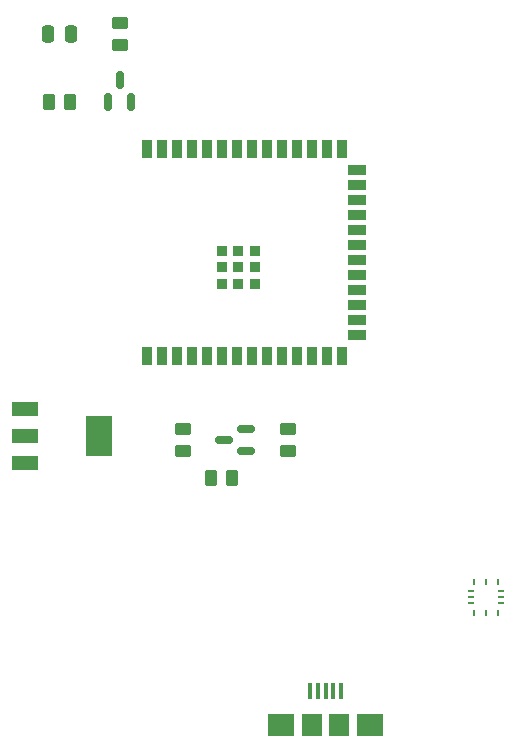
<source format=gbr>
%TF.GenerationSoftware,KiCad,Pcbnew,7.0.10*%
%TF.CreationDate,2024-03-01T12:09:53-06:00*%
%TF.ProjectId,ESP32,45535033-322e-46b6-9963-61645f706362,rev?*%
%TF.SameCoordinates,Original*%
%TF.FileFunction,Paste,Top*%
%TF.FilePolarity,Positive*%
%FSLAX46Y46*%
G04 Gerber Fmt 4.6, Leading zero omitted, Abs format (unit mm)*
G04 Created by KiCad (PCBNEW 7.0.10) date 2024-03-01 12:09:53*
%MOMM*%
%LPD*%
G01*
G04 APERTURE LIST*
G04 Aperture macros list*
%AMRoundRect*
0 Rectangle with rounded corners*
0 $1 Rounding radius*
0 $2 $3 $4 $5 $6 $7 $8 $9 X,Y pos of 4 corners*
0 Add a 4 corners polygon primitive as box body*
4,1,4,$2,$3,$4,$5,$6,$7,$8,$9,$2,$3,0*
0 Add four circle primitives for the rounded corners*
1,1,$1+$1,$2,$3*
1,1,$1+$1,$4,$5*
1,1,$1+$1,$6,$7*
1,1,$1+$1,$8,$9*
0 Add four rect primitives between the rounded corners*
20,1,$1+$1,$2,$3,$4,$5,0*
20,1,$1+$1,$4,$5,$6,$7,0*
20,1,$1+$1,$6,$7,$8,$9,0*
20,1,$1+$1,$8,$9,$2,$3,0*%
%AMOutline5P*
0 Free polygon, 5 corners , with rotation*
0 The origin of the aperture is its center*
0 number of corners: always 5*
0 $1 to $10 corner X, Y*
0 $11 Rotation angle, in degrees counterclockwise*
0 create outline with 5 corners*
4,1,5,$1,$2,$3,$4,$5,$6,$7,$8,$9,$10,$1,$2,$11*%
%AMOutline6P*
0 Free polygon, 6 corners , with rotation*
0 The origin of the aperture is its center*
0 number of corners: always 6*
0 $1 to $12 corner X, Y*
0 $13 Rotation angle, in degrees counterclockwise*
0 create outline with 6 corners*
4,1,6,$1,$2,$3,$4,$5,$6,$7,$8,$9,$10,$11,$12,$1,$2,$13*%
%AMOutline7P*
0 Free polygon, 7 corners , with rotation*
0 The origin of the aperture is its center*
0 number of corners: always 7*
0 $1 to $14 corner X, Y*
0 $15 Rotation angle, in degrees counterclockwise*
0 create outline with 7 corners*
4,1,7,$1,$2,$3,$4,$5,$6,$7,$8,$9,$10,$11,$12,$13,$14,$1,$2,$15*%
%AMOutline8P*
0 Free polygon, 8 corners , with rotation*
0 The origin of the aperture is its center*
0 number of corners: always 8*
0 $1 to $16 corner X, Y*
0 $17 Rotation angle, in degrees counterclockwise*
0 create outline with 8 corners*
4,1,8,$1,$2,$3,$4,$5,$6,$7,$8,$9,$10,$11,$12,$13,$14,$15,$16,$1,$2,$17*%
G04 Aperture macros list end*
%ADD10RoundRect,0.250000X0.450000X-0.262500X0.450000X0.262500X-0.450000X0.262500X-0.450000X-0.262500X0*%
%ADD11RoundRect,0.150000X0.150000X-0.587500X0.150000X0.587500X-0.150000X0.587500X-0.150000X-0.587500X0*%
%ADD12R,0.250000X0.500000*%
%ADD13R,0.500000X0.250000*%
%ADD14Outline5P,-0.125000X0.150000X-0.025000X0.250000X0.125000X0.250000X0.125000X-0.250000X-0.125000X-0.250000X90.000000*%
%ADD15R,0.889000X1.498600*%
%ADD16R,1.498600X0.889000*%
%ADD17R,0.889000X0.889000*%
%ADD18RoundRect,0.250000X-0.262500X-0.450000X0.262500X-0.450000X0.262500X0.450000X-0.262500X0.450000X0*%
%ADD19RoundRect,0.150000X0.587500X0.150000X-0.587500X0.150000X-0.587500X-0.150000X0.587500X-0.150000X0*%
%ADD20R,0.400000X1.400000*%
%ADD21R,2.300000X1.900000*%
%ADD22R,1.800000X1.900000*%
%ADD23RoundRect,0.250000X-0.450000X0.262500X-0.450000X-0.262500X0.450000X-0.262500X0.450000X0.262500X0*%
%ADD24RoundRect,0.250000X0.250000X0.475000X-0.250000X0.475000X-0.250000X-0.475000X0.250000X-0.475000X0*%
%ADD25R,2.200000X1.200000*%
%ADD26R,2.200000X3.500000*%
G04 APERTURE END LIST*
D10*
%TO.C,R5*%
X103909500Y-107465500D03*
X103909500Y-105640500D03*
%TD*%
D11*
%TO.C,Q2*%
X97602000Y-77899500D03*
X99502000Y-77899500D03*
X98552000Y-76024500D03*
%TD*%
D12*
%TO.C,ZMOD1*%
X130570000Y-121158000D03*
X129570000Y-121158000D03*
X128570000Y-121158000D03*
D13*
X128270000Y-120358000D03*
X128270000Y-119858000D03*
X128270000Y-119358000D03*
D12*
X128570000Y-118558000D03*
X129570000Y-118558000D03*
X130570000Y-118558000D03*
D13*
X130870000Y-119358000D03*
X130870000Y-119858000D03*
D14*
X130870000Y-120358000D03*
%TD*%
D15*
%TO.C,U2*%
X100868000Y-99428000D03*
X102138000Y-99428000D03*
X103408000Y-99428000D03*
X104678000Y-99428000D03*
X105948000Y-99428000D03*
X107218000Y-99428000D03*
X108488000Y-99428000D03*
X109758000Y-99428000D03*
X111028000Y-99428000D03*
X112298000Y-99428000D03*
X113568000Y-99428000D03*
X114838000Y-99428000D03*
X116108000Y-99428000D03*
X117378000Y-99428000D03*
D16*
X118628000Y-97663000D03*
X118628000Y-96393000D03*
X118628000Y-95123000D03*
X118628000Y-93853000D03*
X118628000Y-92583000D03*
X118628000Y-91313000D03*
X118628000Y-90043000D03*
X118628000Y-88773000D03*
X118628000Y-87503000D03*
X118628000Y-86233000D03*
X118628000Y-84963000D03*
X118628000Y-83693000D03*
D15*
X117378000Y-81928000D03*
X116108000Y-81928000D03*
X114838000Y-81928000D03*
X113568000Y-81928000D03*
X112298000Y-81928000D03*
X111028000Y-81928000D03*
X109758000Y-81928000D03*
X108488000Y-81928000D03*
X107218000Y-81928000D03*
X105948000Y-81928000D03*
X104678000Y-81928000D03*
X103408000Y-81928000D03*
X102138000Y-81928000D03*
X100868000Y-81928000D03*
D17*
X108588000Y-91928000D03*
X107188000Y-91928000D03*
X107188000Y-93328000D03*
X108588000Y-93328000D03*
X109988000Y-93328000D03*
X109988000Y-91928000D03*
X109988000Y-90528000D03*
X108588000Y-90528000D03*
X107188000Y-90528000D03*
%TD*%
D18*
%TO.C,R9*%
X106275500Y-109728000D03*
X108100500Y-109728000D03*
%TD*%
D10*
%TO.C,R6*%
X98552000Y-73097000D03*
X98552000Y-71272000D03*
%TD*%
D19*
%TO.C,Q1*%
X109292000Y-107503000D03*
X109292000Y-105603000D03*
X107417000Y-106553000D03*
%TD*%
D20*
%TO.C,MicroUSB_5V1A_Wall1*%
X114700000Y-127800000D03*
X115350000Y-127800000D03*
X116000000Y-127800000D03*
X116650000Y-127800000D03*
X117300000Y-127800000D03*
D21*
X112250000Y-130650000D03*
D22*
X114850000Y-130650000D03*
X117150000Y-130650000D03*
D21*
X119750000Y-130650000D03*
%TD*%
D23*
%TO.C,R2*%
X112799500Y-105640500D03*
X112799500Y-107465500D03*
%TD*%
D24*
%TO.C,C2*%
X94422000Y-72184500D03*
X92522000Y-72184500D03*
%TD*%
D25*
%TO.C,U1*%
X90574500Y-103872000D03*
X90574500Y-106172000D03*
X90574500Y-108472000D03*
D26*
X96774500Y-106172000D03*
%TD*%
D18*
%TO.C,R3*%
X92559500Y-77899500D03*
X94384500Y-77899500D03*
%TD*%
M02*

</source>
